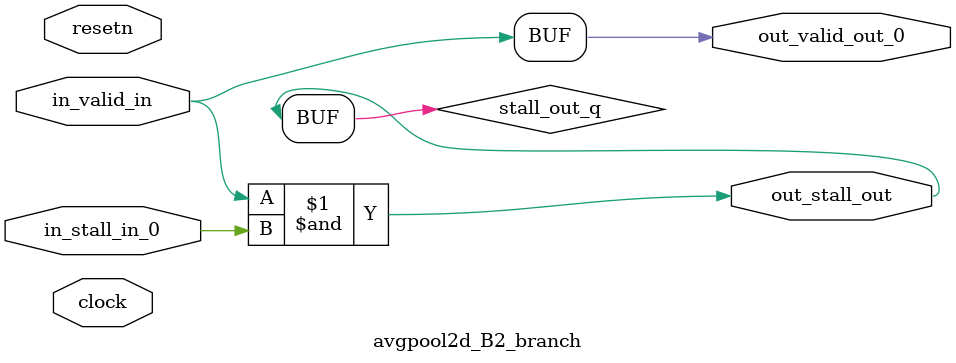
<source format=sv>



(* altera_attribute = "-name AUTO_SHIFT_REGISTER_RECOGNITION OFF; -name MESSAGE_DISABLE 10036; -name MESSAGE_DISABLE 10037; -name MESSAGE_DISABLE 14130; -name MESSAGE_DISABLE 14320; -name MESSAGE_DISABLE 15400; -name MESSAGE_DISABLE 14130; -name MESSAGE_DISABLE 10036; -name MESSAGE_DISABLE 12020; -name MESSAGE_DISABLE 12030; -name MESSAGE_DISABLE 12010; -name MESSAGE_DISABLE 12110; -name MESSAGE_DISABLE 14320; -name MESSAGE_DISABLE 13410; -name MESSAGE_DISABLE 113007; -name MESSAGE_DISABLE 10958" *)
module avgpool2d_B2_branch (
    input wire [0:0] in_stall_in_0,
    input wire [0:0] in_valid_in,
    output wire [0:0] out_stall_out,
    output wire [0:0] out_valid_out_0,
    input wire clock,
    input wire resetn
    );

    wire [0:0] stall_out_q;


    // stall_out(LOGICAL,6)
    assign stall_out_q = in_valid_in & in_stall_in_0;

    // out_stall_out(GPOUT,4)
    assign out_stall_out = stall_out_q;

    // out_valid_out_0(GPOUT,5)
    assign out_valid_out_0 = in_valid_in;

endmodule

</source>
